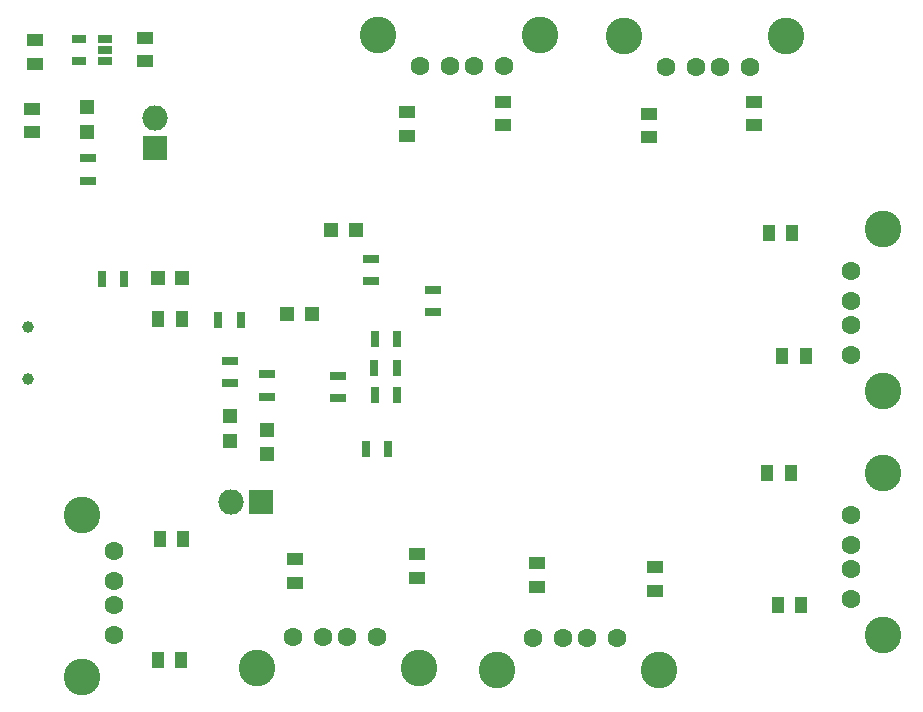
<source format=gbs>
G04 #@! TF.FileFunction,Soldermask,Bot*
%FSLAX46Y46*%
G04 Gerber Fmt 4.6, Leading zero omitted, Abs format (unit mm)*
G04 Created by KiCad (PCBNEW 4.0.4-stable) date 12/14/16 14:43:15*
%MOMM*%
%LPD*%
G01*
G04 APERTURE LIST*
%ADD10C,0.020000*%
%ADD11C,1.602740*%
%ADD12C,3.101340*%
%ADD13R,1.351600X1.101600*%
%ADD14R,1.101600X1.351600*%
%ADD15R,2.133600X2.133600*%
%ADD16O,2.133600X2.133600*%
%ADD17R,1.401600X0.801600*%
%ADD18R,0.801600X1.401600*%
%ADD19R,1.300480X1.300480*%
%ADD20R,1.161600X0.751600*%
%ADD21C,1.000760*%
G04 APERTURE END LIST*
D10*
D11*
X126301500Y-118681500D03*
X126301500Y-121221500D03*
X126301500Y-123253500D03*
X126301500Y-125793500D03*
D12*
X123634500Y-115633500D03*
X123634500Y-129349500D03*
D13*
X128932022Y-75260858D03*
X128932022Y-77260858D03*
X119635622Y-75438658D03*
X119635622Y-77438658D03*
D14*
X132064000Y-99060000D03*
X130064000Y-99060000D03*
D13*
X119396862Y-81257798D03*
X119396862Y-83257798D03*
X162115500Y-119713500D03*
X162115500Y-121713500D03*
X172085000Y-120078500D03*
X172085000Y-122078500D03*
D14*
X182896000Y-102235000D03*
X184896000Y-102235000D03*
X181753000Y-91821000D03*
X183753000Y-91821000D03*
D13*
X159258000Y-82661000D03*
X159258000Y-80661000D03*
X151130000Y-83550000D03*
X151130000Y-81550000D03*
D14*
X132191000Y-117729000D03*
X130191000Y-117729000D03*
X132000500Y-127952500D03*
X130000500Y-127952500D03*
D13*
X180530500Y-82661000D03*
X180530500Y-80661000D03*
X171640500Y-83677000D03*
X171640500Y-81677000D03*
X141668500Y-119396000D03*
X141668500Y-121396000D03*
X151955500Y-118951500D03*
X151955500Y-120951500D03*
D14*
X182515000Y-123253500D03*
X184515000Y-123253500D03*
X181626000Y-112141000D03*
X183626000Y-112141000D03*
D15*
X138747500Y-114554000D03*
D16*
X136207500Y-114554000D03*
D11*
X161798000Y-126111000D03*
X164338000Y-126111000D03*
X166370000Y-126111000D03*
X168910000Y-126111000D03*
D12*
X158750000Y-128778000D03*
X172466000Y-128778000D03*
D11*
X188722000Y-102108000D03*
X188722000Y-99568000D03*
X188722000Y-97536000D03*
X188722000Y-94996000D03*
D12*
X191389000Y-105156000D03*
X191389000Y-91440000D03*
D11*
X159322360Y-77662620D03*
X156782360Y-77662620D03*
X154750360Y-77662620D03*
X152210360Y-77662620D03*
D12*
X162370360Y-74995620D03*
X148654360Y-74995620D03*
D11*
X180135967Y-77736021D03*
X177595967Y-77736021D03*
X175563967Y-77736021D03*
X173023967Y-77736021D03*
D12*
X183183967Y-75069021D03*
X169467967Y-75069021D03*
D11*
X141478000Y-125984000D03*
X144018000Y-125984000D03*
X146050000Y-125984000D03*
X148590000Y-125984000D03*
D12*
X138430000Y-128651000D03*
X152146000Y-128651000D03*
D11*
X188722000Y-122809000D03*
X188722000Y-120269000D03*
X188722000Y-118237000D03*
X188722000Y-115697000D03*
D12*
X191389000Y-125857000D03*
X191389000Y-112141000D03*
D17*
X148082000Y-95882500D03*
X148082000Y-93982500D03*
D18*
X127188000Y-95694500D03*
X125288000Y-95694500D03*
D17*
X136144000Y-102618500D03*
X136144000Y-104518500D03*
X139255500Y-103761500D03*
X139255500Y-105661500D03*
D18*
X137030500Y-99123500D03*
X135130500Y-99123500D03*
D17*
X124090782Y-87353078D03*
X124090782Y-85453078D03*
D19*
X146781520Y-91503500D03*
X144683480Y-91503500D03*
X136144000Y-107281980D03*
X136144000Y-109380020D03*
X130014980Y-95567500D03*
X132113020Y-95567500D03*
X139255500Y-108424980D03*
X139255500Y-110523020D03*
X141000480Y-98679000D03*
X143098520Y-98679000D03*
X124070462Y-81107178D03*
X124070462Y-83205218D03*
D20*
X125592102Y-75346418D03*
X125592102Y-76296418D03*
X125592102Y-77246418D03*
X123392102Y-77246418D03*
X123392102Y-75346418D03*
D15*
X129826102Y-84579358D03*
D16*
X129826102Y-82039358D03*
D18*
X149540000Y-110109000D03*
X147640000Y-110109000D03*
X148402000Y-105537000D03*
X150302000Y-105537000D03*
X148338500Y-103251000D03*
X150238500Y-103251000D03*
X148402000Y-100774500D03*
X150302000Y-100774500D03*
D17*
X153352500Y-98486000D03*
X153352500Y-96586000D03*
X145288000Y-103888500D03*
X145288000Y-105788500D03*
D21*
X119024400Y-99717860D03*
X119024400Y-104117140D03*
M02*

</source>
